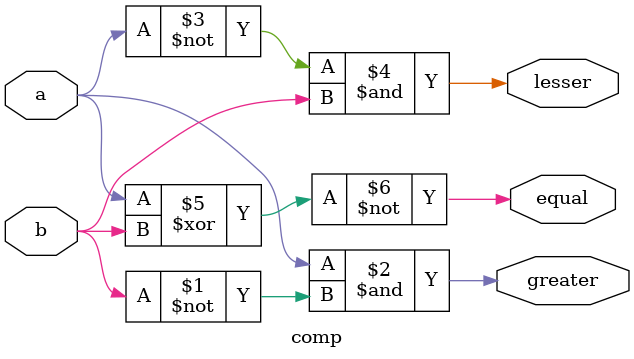
<source format=v>
module comp(
    input a,
    input b,
    output greater,
    output lesser,
    output equal
);

assign greater =  a & ~b;
assign lesser = ~a & b;
assign equal = ~( a ^ b);


endmodule
</source>
